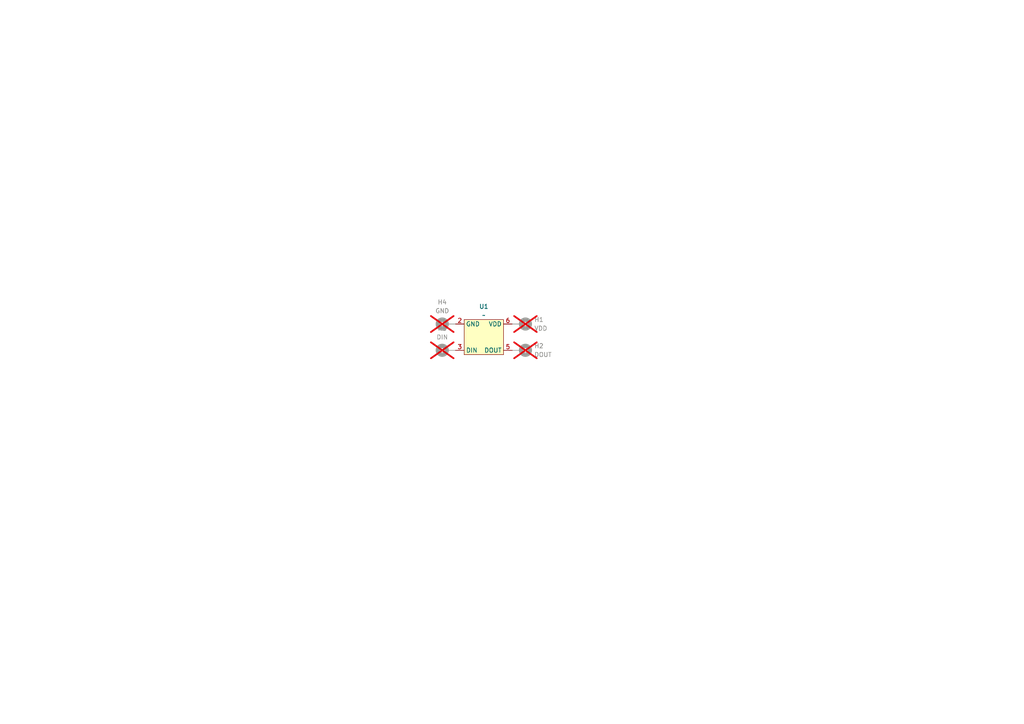
<source format=kicad_sch>
(kicad_sch
	(version 20231120)
	(generator "eeschema")
	(generator_version "8.0")
	(uuid "60822b62-37cd-47dd-bc2d-07ff62f65e59")
	(paper "A4")
	(lib_symbols
		(symbol "Mechanical:MountingHole_Pad"
			(pin_numbers hide)
			(pin_names
				(offset 1.016) hide)
			(exclude_from_sim no)
			(in_bom yes)
			(on_board yes)
			(property "Reference" "H"
				(at 0 6.35 0)
				(effects
					(font
						(size 1.27 1.27)
					)
				)
			)
			(property "Value" "MountingHole_Pad"
				(at 0 4.445 0)
				(effects
					(font
						(size 1.27 1.27)
					)
				)
			)
			(property "Footprint" ""
				(at 0 0 0)
				(effects
					(font
						(size 1.27 1.27)
					)
					(hide yes)
				)
			)
			(property "Datasheet" "~"
				(at 0 0 0)
				(effects
					(font
						(size 1.27 1.27)
					)
					(hide yes)
				)
			)
			(property "Description" "Mounting Hole with connection"
				(at 0 0 0)
				(effects
					(font
						(size 1.27 1.27)
					)
					(hide yes)
				)
			)
			(property "ki_keywords" "mounting hole"
				(at 0 0 0)
				(effects
					(font
						(size 1.27 1.27)
					)
					(hide yes)
				)
			)
			(property "ki_fp_filters" "MountingHole*Pad*"
				(at 0 0 0)
				(effects
					(font
						(size 1.27 1.27)
					)
					(hide yes)
				)
			)
			(symbol "MountingHole_Pad_0_1"
				(circle
					(center 0 1.27)
					(radius 1.27)
					(stroke
						(width 1.27)
						(type default)
					)
					(fill
						(type none)
					)
				)
			)
			(symbol "MountingHole_Pad_1_1"
				(pin input line
					(at 0 -2.54 90)
					(length 2.54)
					(name "1"
						(effects
							(font
								(size 1.27 1.27)
							)
						)
					)
					(number "1"
						(effects
							(font
								(size 1.27 1.27)
							)
						)
					)
				)
			)
		)
		(symbol "SPi:IN-PI33QBTPRPGPBPW-XX"
			(exclude_from_sim no)
			(in_bom yes)
			(on_board yes)
			(property "Reference" "U"
				(at 4.826 -6.858 0)
				(effects
					(font
						(size 1.27 1.27)
					)
				)
			)
			(property "Value" ""
				(at 0 0 0)
				(effects
					(font
						(size 1.27 1.27)
					)
				)
			)
			(property "Footprint" ""
				(at 0 0 0)
				(effects
					(font
						(size 1.27 1.27)
					)
					(hide yes)
				)
			)
			(property "Datasheet" ""
				(at 0 0 0)
				(effects
					(font
						(size 1.27 1.27)
					)
					(hide yes)
				)
			)
			(property "Description" ""
				(at 0 0 0)
				(effects
					(font
						(size 1.27 1.27)
					)
					(hide yes)
				)
			)
			(symbol "IN-PI33QBTPRPGPBPW-XX_1_1"
				(rectangle
					(start -5.08 5.08)
					(end 6.35 -5.08)
					(stroke
						(width 0)
						(type default)
					)
					(fill
						(type background)
					)
				)
				(pin input line
					(at 8.89 0 180)
					(length 2.54) hide
					(name "NC"
						(effects
							(font
								(size 1.27 1.27)
							)
						)
					)
					(number "1"
						(effects
							(font
								(size 1.27 1.27)
							)
						)
					)
				)
				(pin input line
					(at -7.62 3.81 0)
					(length 2.54)
					(name "GND"
						(effects
							(font
								(size 1.27 1.27)
							)
						)
					)
					(number "2"
						(effects
							(font
								(size 1.27 1.27)
							)
						)
					)
				)
				(pin input line
					(at -7.62 -3.81 0)
					(length 2.54)
					(name "DIN"
						(effects
							(font
								(size 1.27 1.27)
							)
						)
					)
					(number "3"
						(effects
							(font
								(size 1.27 1.27)
							)
						)
					)
				)
				(pin input line
					(at 8.89 3.81 180)
					(length 2.54) hide
					(name "VDD"
						(effects
							(font
								(size 1.27 1.27)
							)
						)
					)
					(number "4"
						(effects
							(font
								(size 1.27 1.27)
							)
						)
					)
				)
				(pin input line
					(at 8.89 -3.81 180)
					(length 2.54)
					(name "DOUT"
						(effects
							(font
								(size 1.27 1.27)
							)
						)
					)
					(number "5"
						(effects
							(font
								(size 1.27 1.27)
							)
						)
					)
				)
				(pin input line
					(at 8.89 3.81 180)
					(length 2.54)
					(name "VDD"
						(effects
							(font
								(size 1.27 1.27)
							)
						)
					)
					(number "6"
						(effects
							(font
								(size 1.27 1.27)
							)
						)
					)
				)
			)
		)
	)
	(symbol
		(lib_id "Mechanical:MountingHole_Pad")
		(at 151.13 101.6 270)
		(unit 1)
		(exclude_from_sim no)
		(in_bom yes)
		(on_board yes)
		(dnp yes)
		(fields_autoplaced yes)
		(uuid "99509ce6-4623-4d90-b2ea-201ef156cdf5")
		(property "Reference" "H2"
			(at 154.94 100.3299 90)
			(effects
				(font
					(size 1.27 1.27)
				)
				(justify left)
			)
		)
		(property "Value" "DOUT"
			(at 154.94 102.8699 90)
			(effects
				(font
					(size 1.27 1.27)
				)
				(justify left)
			)
		)
		(property "Footprint" "TestPoint:TestPoint_THTPad_D1.0mm_Drill0.5mm"
			(at 151.13 101.6 0)
			(effects
				(font
					(size 1.27 1.27)
				)
				(hide yes)
			)
		)
		(property "Datasheet" "~"
			(at 151.13 101.6 0)
			(effects
				(font
					(size 1.27 1.27)
				)
				(hide yes)
			)
		)
		(property "Description" "Mounting Hole with connection"
			(at 151.13 101.6 0)
			(effects
				(font
					(size 1.27 1.27)
				)
				(hide yes)
			)
		)
		(pin "1"
			(uuid "9a23a60a-93a1-45b8-be95-9860826847a5")
		)
		(instances
			(project "Pinlight"
				(path "/60822b62-37cd-47dd-bc2d-07ff62f65e59"
					(reference "H2")
					(unit 1)
				)
			)
		)
	)
	(symbol
		(lib_id "Mechanical:MountingHole_Pad")
		(at 129.54 101.6 90)
		(unit 1)
		(exclude_from_sim no)
		(in_bom yes)
		(on_board yes)
		(dnp yes)
		(uuid "af326b8a-d996-495c-9735-6914fe44bac0")
		(property "Reference" "H3"
			(at 128.27 95.25 90)
			(effects
				(font
					(size 1.27 1.27)
				)
			)
		)
		(property "Value" "DIN"
			(at 128.27 97.79 90)
			(effects
				(font
					(size 1.27 1.27)
				)
			)
		)
		(property "Footprint" "TestPoint:TestPoint_THTPad_D1.0mm_Drill0.5mm"
			(at 129.54 101.6 0)
			(effects
				(font
					(size 1.27 1.27)
				)
				(hide yes)
			)
		)
		(property "Datasheet" "~"
			(at 129.54 101.6 0)
			(effects
				(font
					(size 1.27 1.27)
				)
				(hide yes)
			)
		)
		(property "Description" "Mounting Hole with connection"
			(at 129.54 101.6 0)
			(effects
				(font
					(size 1.27 1.27)
				)
				(hide yes)
			)
		)
		(pin "1"
			(uuid "f9c3473b-917e-4da1-92e2-3d6312658b7a")
		)
		(instances
			(project "Pinlight"
				(path "/60822b62-37cd-47dd-bc2d-07ff62f65e59"
					(reference "H3")
					(unit 1)
				)
			)
		)
	)
	(symbol
		(lib_id "SPi:IN-PI33QBTPRPGPBPW-XX")
		(at 139.7 97.79 0)
		(unit 1)
		(exclude_from_sim no)
		(in_bom yes)
		(on_board yes)
		(dnp no)
		(fields_autoplaced yes)
		(uuid "b8edb53c-ce56-4f01-a778-6dc9ed4a4541")
		(property "Reference" "U1"
			(at 140.335 88.9 0)
			(effects
				(font
					(size 1.27 1.27)
				)
			)
		)
		(property "Value" "~"
			(at 140.335 91.44 0)
			(effects
				(font
					(size 1.27 1.27)
				)
			)
		)
		(property "Footprint" "SPi:IN_PI33QBTPRPGPBPW_XX"
			(at 139.7 97.79 0)
			(effects
				(font
					(size 1.27 1.27)
				)
				(hide yes)
			)
		)
		(property "Datasheet" ""
			(at 139.7 97.79 0)
			(effects
				(font
					(size 1.27 1.27)
				)
				(hide yes)
			)
		)
		(property "Description" ""
			(at 139.7 97.79 0)
			(effects
				(font
					(size 1.27 1.27)
				)
				(hide yes)
			)
		)
		(property "LCSC" "C7423107"
			(at 139.7 97.79 0)
			(effects
				(font
					(size 1.27 1.27)
				)
				(hide yes)
			)
		)
		(pin "6"
			(uuid "49dd9c40-11e2-42b7-ae7f-be020c08a113")
		)
		(pin "3"
			(uuid "27891bd6-800b-4f90-baa8-53e17f1ab6fb")
		)
		(pin "5"
			(uuid "59c9f7e8-d25c-4ab0-8809-bc3456029768")
		)
		(pin "2"
			(uuid "1d76fdca-2f2b-4961-836e-5097f9b291eb")
		)
		(pin "4"
			(uuid "2a5992cd-0d01-4de9-9d34-aab7ea5f1d06")
		)
		(pin "1"
			(uuid "7531b4fa-d4a8-4cb0-9544-0451bdce3c48")
		)
		(instances
			(project "Pinlight"
				(path "/60822b62-37cd-47dd-bc2d-07ff62f65e59"
					(reference "U1")
					(unit 1)
				)
			)
		)
	)
	(symbol
		(lib_id "Mechanical:MountingHole_Pad")
		(at 151.13 93.98 270)
		(unit 1)
		(exclude_from_sim no)
		(in_bom yes)
		(on_board yes)
		(dnp yes)
		(fields_autoplaced yes)
		(uuid "cb651595-646f-4fde-8433-4398d8311d0d")
		(property "Reference" "H1"
			(at 154.94 92.7099 90)
			(effects
				(font
					(size 1.27 1.27)
				)
				(justify left)
			)
		)
		(property "Value" "VDD"
			(at 154.94 95.2499 90)
			(effects
				(font
					(size 1.27 1.27)
				)
				(justify left)
			)
		)
		(property "Footprint" "TestPoint:TestPoint_THTPad_D1.0mm_Drill0.5mm"
			(at 151.13 93.98 0)
			(effects
				(font
					(size 1.27 1.27)
				)
				(hide yes)
			)
		)
		(property "Datasheet" "~"
			(at 151.13 93.98 0)
			(effects
				(font
					(size 1.27 1.27)
				)
				(hide yes)
			)
		)
		(property "Description" "Mounting Hole with connection"
			(at 151.13 93.98 0)
			(effects
				(font
					(size 1.27 1.27)
				)
				(hide yes)
			)
		)
		(pin "1"
			(uuid "cf9e5296-a8f1-4299-9774-aeedd8cf7a19")
		)
		(instances
			(project "Pinlight"
				(path "/60822b62-37cd-47dd-bc2d-07ff62f65e59"
					(reference "H1")
					(unit 1)
				)
			)
		)
	)
	(symbol
		(lib_id "Mechanical:MountingHole_Pad")
		(at 129.54 93.98 90)
		(unit 1)
		(exclude_from_sim no)
		(in_bom yes)
		(on_board yes)
		(dnp yes)
		(fields_autoplaced yes)
		(uuid "dddc9072-552e-4e5e-8677-2c84633314bc")
		(property "Reference" "H4"
			(at 128.27 87.63 90)
			(effects
				(font
					(size 1.27 1.27)
				)
			)
		)
		(property "Value" "GND"
			(at 128.27 90.17 90)
			(effects
				(font
					(size 1.27 1.27)
				)
			)
		)
		(property "Footprint" "TestPoint:TestPoint_THTPad_D1.0mm_Drill0.5mm"
			(at 129.54 93.98 0)
			(effects
				(font
					(size 1.27 1.27)
				)
				(hide yes)
			)
		)
		(property "Datasheet" "~"
			(at 129.54 93.98 0)
			(effects
				(font
					(size 1.27 1.27)
				)
				(hide yes)
			)
		)
		(property "Description" "Mounting Hole with connection"
			(at 129.54 93.98 0)
			(effects
				(font
					(size 1.27 1.27)
				)
				(hide yes)
			)
		)
		(pin "1"
			(uuid "421f2da0-1e64-4b85-a959-b7e2480370e6")
		)
		(instances
			(project "Pinlight"
				(path "/60822b62-37cd-47dd-bc2d-07ff62f65e59"
					(reference "H4")
					(unit 1)
				)
			)
		)
	)
	(sheet_instances
		(path "/"
			(page "1")
		)
	)
)
</source>
